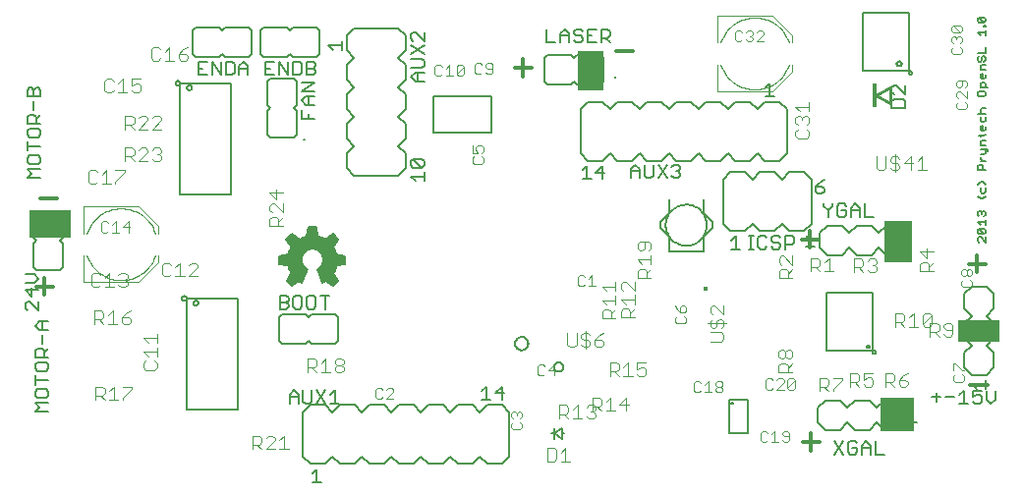
<source format=gto>
G75*
G70*
%OFA0B0*%
%FSLAX24Y24*%
%IPPOS*%
%LPD*%
%AMOC8*
5,1,8,0,0,1.08239X$1,22.5*
%
%ADD10C,0.0140*%
%ADD11C,0.0060*%
%ADD12R,0.0965X0.1398*%
%ADD13R,0.1142X0.1142*%
%ADD14R,0.1437X0.0728*%
%ADD15R,0.1398X0.0945*%
%ADD16R,0.0906X0.1339*%
%ADD17C,0.0050*%
%ADD18C,0.0176*%
%ADD19C,0.0040*%
%ADD20C,0.0030*%
%ADD21C,0.0100*%
%ADD22R,0.0118X0.0827*%
D10*
X005025Y006948D02*
X005025Y007522D01*
X004738Y007235D02*
X005312Y007235D01*
X005449Y010227D02*
X004876Y010227D01*
X020978Y014656D02*
X021552Y014656D01*
X021265Y014943D02*
X021265Y014370D01*
X024423Y015227D02*
X024997Y015227D01*
X030989Y009117D02*
X030989Y008543D01*
X030702Y008830D02*
X031276Y008830D01*
X036372Y008003D02*
X036946Y008003D01*
X036659Y008290D02*
X036659Y007716D01*
X036431Y003889D02*
X037005Y003889D01*
X031316Y001960D02*
X030742Y001960D01*
X031029Y002246D02*
X031029Y001673D01*
D11*
X031516Y002361D02*
X031266Y002611D01*
X031266Y003111D01*
X031516Y003361D01*
X032016Y003361D01*
X032266Y003111D01*
X032516Y003361D01*
X033016Y003361D01*
X033266Y003111D01*
X033516Y003361D01*
X034016Y003361D01*
X034266Y003111D01*
X034266Y002611D01*
X034016Y002361D01*
X033516Y002361D01*
X033266Y002611D01*
X033016Y002361D01*
X032516Y002361D01*
X032266Y002611D01*
X032016Y002361D01*
X031516Y002361D01*
X036219Y004481D02*
X036469Y004231D01*
X036969Y004231D01*
X037219Y004481D01*
X037219Y004981D01*
X036969Y005231D01*
X037219Y005481D01*
X037219Y005981D01*
X036969Y006231D01*
X037219Y006481D01*
X037219Y006981D01*
X036969Y007231D01*
X036469Y007231D01*
X036219Y006981D01*
X036219Y006481D01*
X036469Y006231D01*
X036219Y005981D01*
X036219Y005481D01*
X036469Y005231D01*
X036219Y004981D01*
X036219Y004481D01*
X034079Y008302D02*
X033579Y008302D01*
X033329Y008552D01*
X033079Y008302D01*
X032579Y008302D01*
X032329Y008552D01*
X032079Y008302D01*
X031579Y008302D01*
X031329Y008552D01*
X031329Y009052D01*
X031579Y009302D01*
X032079Y009302D01*
X032329Y009052D01*
X032579Y009302D01*
X033079Y009302D01*
X033329Y009052D01*
X033579Y009302D01*
X034079Y009302D01*
X034329Y009052D01*
X034329Y008552D01*
X034079Y008302D01*
X036681Y008777D02*
X036724Y008733D01*
X036681Y008777D02*
X036681Y008863D01*
X036724Y008907D01*
X036768Y008907D01*
X036941Y008733D01*
X036941Y008907D01*
X036898Y009028D02*
X036724Y009201D01*
X036898Y009201D01*
X036941Y009158D01*
X036941Y009071D01*
X036898Y009028D01*
X036724Y009028D01*
X036681Y009071D01*
X036681Y009158D01*
X036724Y009201D01*
X036768Y009323D02*
X036681Y009409D01*
X036941Y009409D01*
X036941Y009323D02*
X036941Y009496D01*
X036898Y009617D02*
X036941Y009661D01*
X036941Y009747D01*
X036898Y009791D01*
X036854Y009791D01*
X036811Y009747D01*
X036811Y009704D01*
X036811Y009747D02*
X036768Y009791D01*
X036724Y009791D01*
X036681Y009747D01*
X036681Y009661D01*
X036724Y009617D01*
X036768Y010207D02*
X036681Y010293D01*
X036768Y010207D02*
X036854Y010207D01*
X036941Y010293D01*
X036898Y010403D02*
X036941Y010446D01*
X036941Y010576D01*
X036941Y010698D02*
X036854Y010784D01*
X036768Y010784D01*
X036681Y010698D01*
X036768Y010576D02*
X036768Y010446D01*
X036811Y010403D01*
X036898Y010403D01*
X036941Y011189D02*
X036681Y011189D01*
X036681Y011319D01*
X036724Y011362D01*
X036811Y011362D01*
X036854Y011319D01*
X036854Y011189D01*
X036854Y011483D02*
X036768Y011570D01*
X036768Y011614D01*
X036768Y011729D02*
X036898Y011729D01*
X036941Y011772D01*
X036941Y011902D01*
X036984Y011902D02*
X037028Y011859D01*
X037028Y011816D01*
X036984Y011902D02*
X036768Y011902D01*
X036768Y012024D02*
X036768Y012154D01*
X036811Y012197D01*
X036941Y012197D01*
X036898Y012362D02*
X036941Y012405D01*
X036898Y012362D02*
X036724Y012362D01*
X036768Y012405D02*
X036768Y012318D01*
X036811Y012515D02*
X036768Y012558D01*
X036768Y012645D01*
X036811Y012688D01*
X036854Y012688D01*
X036854Y012515D01*
X036811Y012515D02*
X036898Y012515D01*
X036941Y012558D01*
X036941Y012645D01*
X036898Y012809D02*
X036941Y012853D01*
X036941Y012983D01*
X036941Y013104D02*
X036681Y013104D01*
X036768Y013147D02*
X036768Y013234D01*
X036811Y013277D01*
X036941Y013277D01*
X036811Y013104D02*
X036768Y013147D01*
X036768Y012983D02*
X036768Y012853D01*
X036811Y012809D01*
X036898Y012809D01*
X036898Y013693D02*
X036941Y013737D01*
X036941Y013823D01*
X036898Y013867D01*
X036724Y013867D01*
X036681Y013823D01*
X036681Y013737D01*
X036724Y013693D01*
X036898Y013693D01*
X036941Y013988D02*
X036941Y014118D01*
X036898Y014161D01*
X036811Y014161D01*
X036768Y014118D01*
X036768Y013988D01*
X037028Y013988D01*
X036898Y014283D02*
X036811Y014283D01*
X036768Y014326D01*
X036768Y014413D01*
X036811Y014456D01*
X036854Y014456D01*
X036854Y014283D01*
X036898Y014283D02*
X036941Y014326D01*
X036941Y014413D01*
X036941Y014577D02*
X036768Y014577D01*
X036768Y014707D01*
X036811Y014751D01*
X036941Y014751D01*
X036898Y014872D02*
X036941Y014915D01*
X036941Y015002D01*
X036898Y015045D01*
X036854Y015045D01*
X036811Y015002D01*
X036811Y014915D01*
X036768Y014872D01*
X036724Y014872D01*
X036681Y014915D01*
X036681Y015002D01*
X036724Y015045D01*
X036681Y015167D02*
X036941Y015167D01*
X036941Y015340D01*
X036941Y015756D02*
X036941Y015929D01*
X036941Y015843D02*
X036681Y015843D01*
X036768Y015756D01*
X036898Y016050D02*
X036898Y016094D01*
X036941Y016094D01*
X036941Y016050D01*
X036898Y016050D01*
X036898Y016198D02*
X036724Y016371D01*
X036898Y016371D01*
X036941Y016328D01*
X036941Y016241D01*
X036898Y016198D01*
X036724Y016198D01*
X036681Y016241D01*
X036681Y016328D01*
X036724Y016371D01*
X030215Y013253D02*
X029965Y013503D01*
X029465Y013503D01*
X029215Y013253D01*
X028965Y013503D01*
X028465Y013503D01*
X028215Y013253D01*
X027965Y013503D01*
X027465Y013503D01*
X027215Y013253D01*
X026965Y013503D01*
X026465Y013503D01*
X026215Y013253D01*
X025965Y013503D01*
X025465Y013503D01*
X025215Y013253D01*
X024965Y013503D01*
X024465Y013503D01*
X024215Y013253D01*
X023965Y013503D01*
X023465Y013503D01*
X023215Y013253D01*
X023215Y011753D01*
X023465Y011503D01*
X023965Y011503D01*
X024215Y011753D01*
X024465Y011503D01*
X024965Y011503D01*
X025215Y011753D01*
X025465Y011503D01*
X025965Y011503D01*
X026215Y011753D01*
X026465Y011503D01*
X026965Y011503D01*
X027215Y011753D01*
X027465Y011503D01*
X027965Y011503D01*
X028215Y011753D01*
X028465Y011503D01*
X028965Y011503D01*
X029215Y011753D01*
X029465Y011503D01*
X029965Y011503D01*
X030215Y011753D01*
X030215Y013253D01*
X030300Y011121D02*
X030800Y011121D01*
X031050Y010871D01*
X031050Y009371D01*
X030800Y009121D01*
X030300Y009121D01*
X030050Y009371D01*
X029800Y009121D01*
X029300Y009121D01*
X029050Y009371D01*
X028800Y009121D01*
X028300Y009121D01*
X028050Y009371D01*
X028050Y010871D01*
X028300Y011121D01*
X028800Y011121D01*
X029050Y010871D01*
X029300Y011121D01*
X029800Y011121D01*
X030050Y010871D01*
X030300Y011121D01*
X036768Y011483D02*
X036941Y011483D01*
X036941Y012024D02*
X036768Y012024D01*
X023995Y014189D02*
X023995Y014989D01*
X023895Y015089D01*
X023095Y015089D01*
X022995Y014989D01*
X022895Y015089D01*
X022095Y015089D01*
X021995Y014989D01*
X021995Y014189D01*
X022095Y014089D01*
X022895Y014089D01*
X022995Y014189D01*
X023095Y014089D01*
X023895Y014089D01*
X023995Y014189D01*
X017282Y014256D02*
X017032Y014006D01*
X017282Y013756D01*
X017282Y013256D01*
X017032Y013006D01*
X017282Y012756D01*
X017282Y012256D01*
X017032Y012006D01*
X017282Y011756D01*
X017282Y011256D01*
X017032Y011006D01*
X015532Y011006D01*
X015282Y011256D01*
X015282Y011756D01*
X015532Y012006D01*
X015282Y012256D01*
X015282Y012756D01*
X015532Y013006D01*
X015282Y013256D01*
X015282Y013756D01*
X015532Y014006D01*
X015282Y014256D01*
X015282Y014756D01*
X015532Y015006D01*
X015282Y015256D01*
X015282Y015756D01*
X015532Y016006D01*
X017032Y016006D01*
X017282Y015756D01*
X017282Y015256D01*
X017032Y015006D01*
X017282Y014756D01*
X017282Y014256D01*
X014349Y015134D02*
X014349Y015934D01*
X014249Y016034D01*
X013449Y016034D01*
X013349Y015934D01*
X013249Y016034D01*
X012449Y016034D01*
X012349Y015934D01*
X012349Y015134D01*
X012449Y015034D01*
X013249Y015034D01*
X013349Y015134D01*
X013449Y015034D01*
X014249Y015034D01*
X014349Y015134D01*
X013473Y014290D02*
X012673Y014290D01*
X012573Y014190D01*
X012573Y013390D01*
X012673Y013290D01*
X012573Y013190D01*
X012573Y012390D01*
X012673Y012290D01*
X013473Y012290D01*
X013573Y012390D01*
X013573Y013190D01*
X013473Y013290D01*
X013573Y013390D01*
X013573Y014190D01*
X013473Y014290D01*
X012066Y015134D02*
X012066Y015934D01*
X011966Y016034D01*
X011166Y016034D01*
X011066Y015934D01*
X010966Y016034D01*
X010166Y016034D01*
X010066Y015934D01*
X010066Y015134D01*
X010166Y015034D01*
X010966Y015034D01*
X011066Y015134D01*
X011166Y015034D01*
X011966Y015034D01*
X012066Y015134D01*
X005660Y009702D02*
X005660Y008902D01*
X005560Y008802D01*
X005660Y008702D01*
X005660Y007902D01*
X005560Y007802D01*
X004760Y007802D01*
X004660Y007902D01*
X004660Y008702D01*
X004760Y008802D01*
X004660Y008902D01*
X004660Y009702D01*
X004760Y009802D01*
X005560Y009802D01*
X005660Y009702D01*
X012995Y008257D02*
X012995Y007997D01*
X013295Y007947D01*
X013277Y007969D02*
X013770Y007969D01*
X013751Y008028D02*
X013102Y008028D01*
X013045Y008047D02*
X013045Y007997D01*
X013045Y008247D01*
X013345Y008297D01*
X013445Y008597D01*
X013245Y008797D01*
X013395Y008947D01*
X013695Y008797D01*
X013995Y008947D01*
X013945Y008947D01*
X013995Y009197D01*
X014245Y009197D01*
X014245Y008897D01*
X014545Y008797D01*
X014795Y008947D01*
X014945Y008847D01*
X014795Y008547D01*
X014895Y008297D01*
X015195Y008247D01*
X015195Y007997D01*
X014895Y007997D01*
X014795Y007647D01*
X014945Y007447D01*
X014795Y007297D01*
X014595Y007447D01*
X014495Y007397D01*
X014295Y007797D01*
X014495Y007997D01*
X014495Y008247D01*
X014345Y008497D01*
X014095Y008547D01*
X013795Y008447D01*
X013845Y008447D01*
X013695Y008197D01*
X013795Y007897D01*
X013895Y007797D01*
X013745Y007397D01*
X013645Y007447D01*
X013445Y007297D01*
X013295Y007447D01*
X013445Y007697D01*
X013345Y007947D01*
X013045Y008047D01*
X013045Y008086D02*
X013731Y008086D01*
X013712Y008145D02*
X013045Y008145D01*
X013045Y008203D02*
X013699Y008203D01*
X013734Y008262D02*
X013135Y008262D01*
X012995Y008257D02*
X013295Y008317D01*
X013352Y008320D02*
X013769Y008320D01*
X013804Y008379D02*
X013372Y008379D01*
X013391Y008437D02*
X013839Y008437D01*
X013942Y008496D02*
X013411Y008496D01*
X013430Y008554D02*
X014798Y008554D01*
X014815Y008567D02*
X014995Y008827D01*
X014805Y009007D01*
X014545Y008827D01*
X014628Y008847D02*
X014945Y008847D01*
X014915Y008788D02*
X013253Y008788D01*
X013225Y008827D02*
X013415Y009007D01*
X013675Y008827D01*
X013595Y008847D02*
X013295Y008847D01*
X013225Y008827D02*
X013405Y008567D01*
X013429Y008613D02*
X014828Y008613D01*
X014857Y008671D02*
X013370Y008671D01*
X013312Y008730D02*
X014886Y008730D01*
X014857Y008905D02*
X014725Y008905D01*
X014395Y008847D02*
X013795Y008847D01*
X013912Y008905D02*
X014245Y008905D01*
X014295Y008927D02*
X014245Y009247D01*
X013975Y009247D01*
X013925Y008927D01*
X013948Y008964D02*
X014245Y008964D01*
X014245Y009022D02*
X013960Y009022D01*
X013971Y009081D02*
X014245Y009081D01*
X014245Y009139D02*
X013983Y009139D01*
X013478Y008905D02*
X013353Y008905D01*
X014345Y008496D02*
X014815Y008496D01*
X014838Y008437D02*
X014380Y008437D01*
X014415Y008379D02*
X014862Y008379D01*
X014885Y008320D02*
X014451Y008320D01*
X014486Y008262D02*
X015105Y008262D01*
X015195Y008203D02*
X014495Y008203D01*
X014495Y008145D02*
X015195Y008145D01*
X015195Y008086D02*
X014495Y008086D01*
X014495Y008028D02*
X015195Y008028D01*
X015225Y007997D02*
X014925Y007947D01*
X014887Y007969D02*
X014467Y007969D01*
X014409Y007911D02*
X014870Y007911D01*
X014853Y007852D02*
X014350Y007852D01*
X014296Y007794D02*
X014837Y007794D01*
X014820Y007735D02*
X014325Y007735D01*
X014355Y007677D02*
X014803Y007677D01*
X014825Y007677D02*
X014995Y007437D01*
X014805Y007247D01*
X014565Y007417D01*
X014465Y007357D01*
X014275Y007807D01*
X014384Y007618D02*
X014816Y007618D01*
X014860Y007560D02*
X014413Y007560D01*
X014442Y007501D02*
X014904Y007501D01*
X014941Y007443D02*
X014600Y007443D01*
X014587Y007443D02*
X014472Y007443D01*
X014678Y007384D02*
X014882Y007384D01*
X014824Y007326D02*
X014756Y007326D01*
X013955Y007807D02*
X013755Y007357D01*
X013655Y007417D01*
X013415Y007247D01*
X013235Y007437D01*
X013395Y007677D01*
X013433Y007677D02*
X013850Y007677D01*
X013872Y007735D02*
X013429Y007735D01*
X013406Y007794D02*
X013894Y007794D01*
X013839Y007852D02*
X013382Y007852D01*
X013359Y007911D02*
X013790Y007911D01*
X013398Y007680D02*
X013370Y007730D01*
X013346Y007782D01*
X013325Y007835D01*
X013308Y007890D01*
X013295Y007946D01*
X013678Y008830D02*
X013723Y008855D01*
X013770Y008878D01*
X013818Y008897D01*
X013867Y008914D01*
X013917Y008927D01*
X014925Y008317D02*
X015225Y008257D01*
X015225Y007997D01*
X014923Y008317D02*
X014908Y008369D01*
X014889Y008420D01*
X014867Y008470D01*
X014842Y008518D01*
X014813Y008565D01*
X014275Y007817D02*
X014308Y007835D01*
X014338Y007856D01*
X014367Y007880D01*
X014393Y007907D01*
X014415Y007936D01*
X014435Y007968D01*
X014452Y008001D01*
X014465Y008036D01*
X014474Y008072D01*
X014480Y008109D01*
X014482Y008146D01*
X014480Y008183D01*
X014475Y008220D01*
X014465Y008256D01*
X014453Y008291D01*
X014436Y008325D01*
X014417Y008356D01*
X014394Y008386D01*
X014368Y008413D01*
X014340Y008437D01*
X014309Y008458D01*
X014277Y008476D01*
X014243Y008491D01*
X014207Y008502D01*
X014171Y008510D01*
X014134Y008514D01*
X014096Y008514D01*
X014059Y008510D01*
X014023Y008502D01*
X013987Y008491D01*
X013953Y008476D01*
X013921Y008458D01*
X013890Y008437D01*
X013862Y008413D01*
X013836Y008386D01*
X013813Y008356D01*
X013794Y008325D01*
X013777Y008291D01*
X013765Y008256D01*
X013755Y008220D01*
X013750Y008183D01*
X013748Y008146D01*
X013750Y008109D01*
X013756Y008072D01*
X013765Y008036D01*
X013778Y008001D01*
X013795Y007968D01*
X013815Y007936D01*
X013837Y007907D01*
X013863Y007880D01*
X013892Y007856D01*
X013922Y007835D01*
X013955Y007817D01*
X013828Y007618D02*
X013398Y007618D01*
X013362Y007560D02*
X013806Y007560D01*
X013784Y007501D02*
X013327Y007501D01*
X013299Y007443D02*
X013639Y007443D01*
X013653Y007443D02*
X013762Y007443D01*
X013561Y007384D02*
X013357Y007384D01*
X013416Y007326D02*
X013483Y007326D01*
X014825Y007677D02*
X014848Y007718D01*
X014869Y007761D01*
X014887Y007806D01*
X014902Y007851D01*
X014915Y007897D01*
X014925Y007944D01*
X014549Y008828D02*
X014502Y008855D01*
X014453Y008878D01*
X014403Y008898D01*
X014352Y008915D01*
X014300Y008929D01*
X013405Y008562D02*
X013378Y008515D01*
X013354Y008468D01*
X013333Y008419D01*
X013315Y008368D01*
X013301Y008317D01*
X013079Y006290D02*
X012979Y006190D01*
X012979Y005390D01*
X013079Y005290D01*
X013879Y005290D01*
X013979Y005390D01*
X014079Y005290D01*
X014879Y005290D01*
X014979Y005390D01*
X014979Y006190D01*
X014879Y006290D01*
X014079Y006290D01*
X013979Y006190D01*
X013879Y006290D01*
X013079Y006290D01*
X014036Y003207D02*
X013786Y002957D01*
X013786Y001457D01*
X014036Y001207D01*
X014536Y001207D01*
X014786Y001457D01*
X015036Y001207D01*
X015536Y001207D01*
X015786Y001457D01*
X016036Y001207D01*
X016536Y001207D01*
X016786Y001457D01*
X017036Y001207D01*
X017536Y001207D01*
X017786Y001457D01*
X018036Y001207D01*
X018536Y001207D01*
X018786Y001457D01*
X019036Y001207D01*
X019536Y001207D01*
X019786Y001457D01*
X020036Y001207D01*
X020536Y001207D01*
X020786Y001457D01*
X020786Y002957D01*
X020536Y003207D01*
X020036Y003207D01*
X019786Y002957D01*
X019536Y003207D01*
X019036Y003207D01*
X018786Y002957D01*
X018536Y003207D01*
X018036Y003207D01*
X017786Y002957D01*
X017536Y003207D01*
X017036Y003207D01*
X016786Y002957D01*
X016536Y003207D01*
X016036Y003207D01*
X015786Y002957D01*
X015536Y003207D01*
X015036Y003207D01*
X014786Y002957D01*
X014536Y003207D01*
X014036Y003207D01*
D12*
X033969Y008772D03*
D13*
X033959Y002877D03*
D14*
X036705Y005721D03*
D15*
X005229Y009353D03*
D16*
X023566Y014569D03*
D17*
X004863Y003136D02*
X004713Y002986D01*
X005163Y002986D01*
X005163Y003286D02*
X004713Y003286D01*
X004863Y003136D01*
X004788Y003446D02*
X005088Y003446D01*
X005163Y003521D01*
X005163Y003671D01*
X005088Y003746D01*
X004788Y003746D01*
X004713Y003671D01*
X004713Y003521D01*
X004788Y003446D01*
X004713Y003906D02*
X004713Y004207D01*
X004713Y004057D02*
X005163Y004057D01*
X005088Y004367D02*
X004788Y004367D01*
X004713Y004442D01*
X004713Y004592D01*
X004788Y004667D01*
X005088Y004667D01*
X005163Y004592D01*
X005163Y004442D01*
X005088Y004367D01*
X005163Y004827D02*
X004713Y004827D01*
X004713Y005052D01*
X004788Y005128D01*
X004938Y005128D01*
X005013Y005052D01*
X005013Y004827D01*
X005013Y004977D02*
X005163Y005128D01*
X004938Y005288D02*
X004938Y005588D01*
X004938Y005748D02*
X004938Y006048D01*
X004863Y006048D02*
X005163Y006048D01*
X004863Y006048D02*
X004713Y005898D01*
X004863Y005748D01*
X005163Y005748D01*
X004820Y006429D02*
X004519Y006729D01*
X004444Y006729D01*
X004369Y006654D01*
X004369Y006504D01*
X004444Y006429D01*
X004820Y006429D02*
X004820Y006729D01*
X004594Y006889D02*
X004594Y007190D01*
X004670Y007350D02*
X004369Y007350D01*
X004369Y007650D02*
X004670Y007650D01*
X004820Y007500D01*
X004670Y007350D01*
X004820Y007115D02*
X004369Y007115D01*
X004594Y006889D01*
X009687Y006833D02*
X009689Y006851D01*
X009695Y006867D01*
X009704Y006882D01*
X009717Y006895D01*
X009732Y006904D01*
X009748Y006910D01*
X009766Y006912D01*
X009784Y006910D01*
X009800Y006904D01*
X009815Y006895D01*
X009828Y006882D01*
X009837Y006867D01*
X009843Y006851D01*
X009845Y006833D01*
X009843Y006815D01*
X009837Y006799D01*
X009828Y006784D01*
X009815Y006771D01*
X009800Y006762D01*
X009784Y006756D01*
X009766Y006754D01*
X009748Y006756D01*
X009732Y006762D01*
X009717Y006771D01*
X009704Y006784D01*
X009695Y006799D01*
X009689Y006815D01*
X009687Y006833D01*
X009845Y006833D02*
X009845Y003054D01*
X011577Y003054D01*
X011577Y006833D01*
X009845Y006833D01*
X010081Y006676D02*
X010083Y006694D01*
X010089Y006710D01*
X010098Y006725D01*
X010111Y006738D01*
X010126Y006747D01*
X010142Y006753D01*
X010160Y006755D01*
X010178Y006753D01*
X010194Y006747D01*
X010209Y006738D01*
X010222Y006725D01*
X010231Y006710D01*
X010237Y006694D01*
X010239Y006676D01*
X010237Y006658D01*
X010231Y006642D01*
X010222Y006627D01*
X010209Y006614D01*
X010194Y006605D01*
X010178Y006599D01*
X010160Y006597D01*
X010142Y006599D01*
X010126Y006605D01*
X010111Y006614D01*
X010098Y006627D01*
X010089Y006642D01*
X010083Y006658D01*
X010081Y006676D01*
X013004Y006690D02*
X013229Y006690D01*
X013304Y006615D01*
X013304Y006540D01*
X013229Y006465D01*
X013004Y006465D01*
X013004Y006915D01*
X013229Y006915D01*
X013304Y006840D01*
X013304Y006765D01*
X013229Y006690D01*
X013464Y006540D02*
X013539Y006465D01*
X013689Y006465D01*
X013765Y006540D01*
X013765Y006840D01*
X013689Y006915D01*
X013539Y006915D01*
X013464Y006840D01*
X013464Y006540D01*
X013925Y006540D02*
X014000Y006465D01*
X014150Y006465D01*
X014225Y006540D01*
X014225Y006840D01*
X014150Y006915D01*
X014000Y006915D01*
X013925Y006840D01*
X013925Y006540D01*
X014535Y006465D02*
X014535Y006915D01*
X014385Y006915D02*
X014685Y006915D01*
X020988Y005294D02*
X020990Y005324D01*
X020996Y005353D01*
X021006Y005381D01*
X021019Y005408D01*
X021036Y005432D01*
X021056Y005454D01*
X021079Y005474D01*
X021104Y005490D01*
X021131Y005502D01*
X021159Y005511D01*
X021189Y005516D01*
X021218Y005517D01*
X021248Y005514D01*
X021277Y005507D01*
X021305Y005496D01*
X021331Y005482D01*
X021355Y005464D01*
X021376Y005444D01*
X021395Y005420D01*
X021410Y005395D01*
X021422Y005367D01*
X021430Y005338D01*
X021434Y005309D01*
X021434Y005279D01*
X021430Y005250D01*
X021422Y005221D01*
X021410Y005193D01*
X021395Y005168D01*
X021376Y005144D01*
X021355Y005124D01*
X021331Y005106D01*
X021305Y005092D01*
X021277Y005081D01*
X021248Y005074D01*
X021218Y005071D01*
X021189Y005072D01*
X021159Y005077D01*
X021131Y005086D01*
X021104Y005098D01*
X021079Y005114D01*
X021056Y005134D01*
X021036Y005156D01*
X021019Y005180D01*
X021006Y005207D01*
X020996Y005235D01*
X020990Y005264D01*
X020988Y005294D01*
X022314Y004506D02*
X022316Y004531D01*
X022322Y004555D01*
X022331Y004577D01*
X022344Y004598D01*
X022360Y004617D01*
X022379Y004633D01*
X022400Y004646D01*
X022422Y004655D01*
X022446Y004661D01*
X022471Y004663D01*
X022496Y004661D01*
X022520Y004655D01*
X022542Y004646D01*
X022563Y004633D01*
X022582Y004617D01*
X022598Y004598D01*
X022611Y004577D01*
X022620Y004555D01*
X022626Y004531D01*
X022628Y004506D01*
X022626Y004481D01*
X022620Y004457D01*
X022611Y004435D01*
X022598Y004414D01*
X022582Y004395D01*
X022563Y004379D01*
X022542Y004366D01*
X022520Y004357D01*
X022496Y004351D01*
X022471Y004349D01*
X022446Y004351D01*
X022422Y004357D01*
X022400Y004366D01*
X022379Y004379D01*
X022360Y004395D01*
X022344Y004414D01*
X022331Y004435D01*
X022322Y004457D01*
X022316Y004481D01*
X022314Y004506D01*
X020547Y003833D02*
X020321Y003607D01*
X020622Y003607D01*
X020547Y003382D02*
X020547Y003833D01*
X020011Y003833D02*
X020011Y003382D01*
X019861Y003382D02*
X020161Y003382D01*
X019861Y003683D02*
X020011Y003833D01*
X022318Y002434D02*
X022318Y002247D01*
X022222Y002247D01*
X022318Y002247D02*
X022318Y002059D01*
X022318Y002247D02*
X022568Y002434D01*
X022568Y002247D01*
X022664Y002247D01*
X022568Y002247D02*
X022568Y002059D01*
X022318Y002247D01*
X028251Y002247D02*
X028880Y002247D01*
X028880Y003388D01*
X028251Y003388D01*
X028251Y002247D01*
X028329Y003251D02*
X028329Y003290D01*
X028369Y003290D01*
X028369Y003251D01*
X028349Y003251D01*
X031820Y001989D02*
X032120Y001539D01*
X032280Y001614D02*
X032355Y001539D01*
X032505Y001539D01*
X032580Y001614D01*
X032580Y001764D01*
X032430Y001764D01*
X032280Y001914D02*
X032280Y001614D01*
X032120Y001989D02*
X031820Y001539D01*
X032280Y001914D02*
X032355Y001989D01*
X032505Y001989D01*
X032580Y001914D01*
X032741Y001839D02*
X032891Y001989D01*
X033041Y001839D01*
X033041Y001539D01*
X033201Y001539D02*
X033501Y001539D01*
X033201Y001539D02*
X033201Y001989D01*
X033041Y001764D02*
X032741Y001764D01*
X032741Y001839D02*
X032741Y001539D01*
X034331Y002636D02*
X034631Y002636D01*
X034481Y002636D02*
X034481Y003086D01*
X034331Y002936D01*
X035281Y003327D02*
X035281Y003627D01*
X035131Y003477D02*
X035431Y003477D01*
X035591Y003477D02*
X035892Y003477D01*
X036052Y003552D02*
X036202Y003702D01*
X036202Y003252D01*
X036052Y003252D02*
X036352Y003252D01*
X036512Y003327D02*
X036587Y003252D01*
X036737Y003252D01*
X036812Y003327D01*
X036812Y003477D01*
X036737Y003552D01*
X036662Y003552D01*
X036512Y003477D01*
X036512Y003702D01*
X036812Y003702D01*
X036944Y003756D02*
X036944Y004056D01*
X036944Y003906D02*
X036494Y003906D01*
X036644Y003756D01*
X036973Y003702D02*
X036973Y003402D01*
X037123Y003252D01*
X037273Y003402D01*
X037273Y003702D01*
X033215Y004943D02*
X033117Y004943D01*
X033117Y005042D01*
X033215Y005042D01*
X033215Y004943D01*
X033117Y005042D02*
X033117Y007010D01*
X031542Y007010D01*
X031542Y005042D01*
X033117Y005042D01*
X033018Y005140D02*
X033018Y005239D01*
X032920Y005239D01*
X032920Y005140D01*
X033018Y005140D01*
X031155Y008577D02*
X030854Y008577D01*
X031004Y008577D02*
X031004Y009027D01*
X030854Y008877D01*
X030449Y008876D02*
X030449Y008726D01*
X030374Y008650D01*
X030149Y008650D01*
X030149Y008500D02*
X030149Y008951D01*
X030374Y008951D01*
X030449Y008876D01*
X029989Y008876D02*
X029914Y008951D01*
X029764Y008951D01*
X029689Y008876D01*
X029689Y008801D01*
X029764Y008726D01*
X029914Y008726D01*
X029989Y008650D01*
X029989Y008575D01*
X029914Y008500D01*
X029764Y008500D01*
X029689Y008575D01*
X029528Y008575D02*
X029453Y008500D01*
X029303Y008500D01*
X029228Y008575D01*
X029228Y008876D01*
X029303Y008951D01*
X029453Y008951D01*
X029528Y008876D01*
X029071Y008951D02*
X028921Y008951D01*
X028996Y008951D02*
X028996Y008500D01*
X028921Y008500D02*
X029071Y008500D01*
X028625Y008496D02*
X028325Y008496D01*
X028475Y008496D02*
X028475Y008946D01*
X028325Y008796D01*
X027680Y009215D02*
X027680Y009412D01*
X027384Y009707D01*
X027384Y010199D01*
X026203Y010199D02*
X026203Y009707D01*
X025908Y009412D01*
X025908Y009215D01*
X026203Y008920D01*
X026203Y008428D01*
X027384Y008428D01*
X027384Y008920D01*
X027680Y009215D01*
X026098Y009314D02*
X026100Y009367D01*
X026106Y009419D01*
X026116Y009471D01*
X026130Y009522D01*
X026147Y009571D01*
X026169Y009619D01*
X026193Y009666D01*
X026222Y009710D01*
X026253Y009752D01*
X026288Y009792D01*
X026326Y009829D01*
X026366Y009863D01*
X026409Y009894D01*
X026454Y009921D01*
X026501Y009945D01*
X026549Y009965D01*
X026599Y009982D01*
X026650Y009995D01*
X026702Y010004D01*
X026755Y010009D01*
X026807Y010010D01*
X026860Y010007D01*
X026912Y010000D01*
X026964Y009989D01*
X027014Y009974D01*
X027063Y009956D01*
X027111Y009934D01*
X027157Y009908D01*
X027201Y009879D01*
X027243Y009846D01*
X027281Y009811D01*
X027318Y009772D01*
X027351Y009732D01*
X027381Y009688D01*
X027407Y009643D01*
X027431Y009595D01*
X027450Y009547D01*
X027466Y009496D01*
X027478Y009445D01*
X027486Y009393D01*
X027490Y009340D01*
X027490Y009288D01*
X027486Y009235D01*
X027478Y009183D01*
X027466Y009132D01*
X027450Y009081D01*
X027431Y009033D01*
X027407Y008985D01*
X027381Y008940D01*
X027351Y008896D01*
X027318Y008856D01*
X027281Y008817D01*
X027243Y008782D01*
X027201Y008749D01*
X027157Y008720D01*
X027111Y008694D01*
X027063Y008672D01*
X027014Y008654D01*
X026964Y008639D01*
X026912Y008628D01*
X026860Y008621D01*
X026807Y008618D01*
X026755Y008619D01*
X026702Y008624D01*
X026650Y008633D01*
X026599Y008646D01*
X026549Y008663D01*
X026501Y008683D01*
X026454Y008707D01*
X026409Y008734D01*
X026366Y008765D01*
X026326Y008799D01*
X026288Y008836D01*
X026253Y008876D01*
X026222Y008918D01*
X026193Y008962D01*
X026169Y009009D01*
X026147Y009057D01*
X026130Y009106D01*
X026116Y009157D01*
X026106Y009209D01*
X026100Y009261D01*
X026098Y009314D01*
X026135Y010917D02*
X025835Y011367D01*
X025675Y011367D02*
X025675Y010992D01*
X025600Y010917D01*
X025450Y010917D01*
X025375Y010992D01*
X025375Y011367D01*
X025215Y011217D02*
X025215Y010917D01*
X025215Y011142D02*
X024914Y011142D01*
X024914Y011217D02*
X024914Y010917D01*
X024914Y011217D02*
X025064Y011367D01*
X025215Y011217D01*
X025835Y010917D02*
X026135Y011367D01*
X026295Y011292D02*
X026371Y011367D01*
X026521Y011367D01*
X026596Y011292D01*
X026596Y011217D01*
X026521Y011142D01*
X026596Y011067D01*
X026596Y010992D01*
X026521Y010917D01*
X026371Y010917D01*
X026295Y010992D01*
X026446Y011142D02*
X026521Y011142D01*
X024030Y011103D02*
X023730Y011103D01*
X023955Y011328D01*
X023955Y010878D01*
X023570Y010878D02*
X023269Y010878D01*
X023419Y010878D02*
X023419Y011328D01*
X023269Y011178D01*
X020199Y012443D02*
X018231Y012443D01*
X018231Y013703D01*
X020199Y013703D01*
X020199Y012443D01*
X017907Y011496D02*
X017832Y011571D01*
X017532Y011571D01*
X017832Y011271D01*
X017907Y011346D01*
X017907Y011496D01*
X017832Y011271D02*
X017532Y011271D01*
X017457Y011346D01*
X017457Y011496D01*
X017532Y011571D01*
X017907Y011111D02*
X017907Y010811D01*
X017907Y010961D02*
X017457Y010961D01*
X017607Y010811D01*
X013841Y012207D02*
X013821Y012207D01*
X013821Y012227D01*
X013841Y012227D01*
X013841Y012207D01*
X013748Y012934D02*
X013748Y013234D01*
X013898Y013394D02*
X013748Y013544D01*
X013898Y013694D01*
X014198Y013694D01*
X014198Y013855D02*
X013748Y013855D01*
X014198Y014155D01*
X013748Y014155D01*
X013678Y014409D02*
X013753Y014484D01*
X013753Y014784D01*
X013678Y014859D01*
X013453Y014859D01*
X013453Y014409D01*
X013678Y014409D01*
X013914Y014409D02*
X014139Y014409D01*
X014214Y014484D01*
X014214Y014559D01*
X014139Y014634D01*
X013914Y014634D01*
X014139Y014634D02*
X014214Y014709D01*
X014214Y014784D01*
X014139Y014859D01*
X013914Y014859D01*
X013914Y014409D01*
X013293Y014409D02*
X013293Y014859D01*
X012993Y014859D02*
X013293Y014409D01*
X012993Y014409D02*
X012993Y014859D01*
X012833Y014859D02*
X012532Y014859D01*
X012532Y014409D01*
X012833Y014409D01*
X012683Y014634D02*
X012532Y014634D01*
X011930Y014634D02*
X011630Y014634D01*
X011630Y014709D02*
X011780Y014859D01*
X011930Y014709D01*
X011930Y014409D01*
X011630Y014409D02*
X011630Y014709D01*
X011470Y014784D02*
X011395Y014859D01*
X011170Y014859D01*
X011170Y014409D01*
X011395Y014409D01*
X011470Y014484D01*
X011470Y014784D01*
X011010Y014859D02*
X011010Y014409D01*
X010709Y014859D01*
X010709Y014409D01*
X010549Y014409D02*
X010249Y014409D01*
X010249Y014859D01*
X010549Y014859D01*
X010399Y014634D02*
X010249Y014634D01*
X009629Y014136D02*
X009629Y010357D01*
X011361Y010357D01*
X011361Y014136D01*
X009629Y014136D01*
X009471Y014136D02*
X009473Y014154D01*
X009479Y014170D01*
X009488Y014185D01*
X009501Y014198D01*
X009516Y014207D01*
X009532Y014213D01*
X009550Y014215D01*
X009568Y014213D01*
X009584Y014207D01*
X009599Y014198D01*
X009612Y014185D01*
X009621Y014170D01*
X009627Y014154D01*
X009629Y014136D01*
X009627Y014118D01*
X009621Y014102D01*
X009612Y014087D01*
X009599Y014074D01*
X009584Y014065D01*
X009568Y014059D01*
X009550Y014057D01*
X009532Y014059D01*
X009516Y014065D01*
X009501Y014074D01*
X009488Y014087D01*
X009479Y014102D01*
X009473Y014118D01*
X009471Y014136D01*
X009864Y013979D02*
X009866Y013997D01*
X009872Y014013D01*
X009881Y014028D01*
X009894Y014041D01*
X009909Y014050D01*
X009925Y014056D01*
X009943Y014058D01*
X009961Y014056D01*
X009977Y014050D01*
X009992Y014041D01*
X010005Y014028D01*
X010014Y014013D01*
X010020Y013997D01*
X010022Y013979D01*
X010020Y013961D01*
X010014Y013945D01*
X010005Y013930D01*
X009992Y013917D01*
X009977Y013908D01*
X009961Y013902D01*
X009943Y013900D01*
X009925Y013902D01*
X009909Y013908D01*
X009894Y013917D01*
X009881Y013930D01*
X009872Y013945D01*
X009866Y013961D01*
X009864Y013979D01*
X013748Y012934D02*
X014198Y012934D01*
X013973Y012934D02*
X013973Y013084D01*
X013973Y013394D02*
X013973Y013694D01*
X013898Y013394D02*
X014198Y013394D01*
X017457Y014340D02*
X017607Y014190D01*
X017907Y014190D01*
X017682Y014190D02*
X017682Y014490D01*
X017607Y014490D02*
X017907Y014490D01*
X017832Y014650D02*
X017457Y014650D01*
X017607Y014490D02*
X017457Y014340D01*
X017832Y014650D02*
X017907Y014725D01*
X017907Y014875D01*
X017832Y014951D01*
X017457Y014951D01*
X017457Y015111D02*
X017907Y015411D01*
X017907Y015571D02*
X017607Y015871D01*
X017532Y015871D01*
X017457Y015796D01*
X017457Y015646D01*
X017532Y015571D01*
X017457Y015411D02*
X017907Y015111D01*
X017907Y015571D02*
X017907Y015871D01*
X015107Y015571D02*
X015107Y015271D01*
X015107Y015421D02*
X014657Y015421D01*
X014807Y015271D01*
X022059Y015520D02*
X022359Y015520D01*
X022519Y015520D02*
X022519Y015820D01*
X022670Y015970D01*
X022820Y015820D01*
X022820Y015520D01*
X022980Y015595D02*
X023055Y015520D01*
X023205Y015520D01*
X023280Y015595D01*
X023280Y015670D01*
X023205Y015745D01*
X023055Y015745D01*
X022980Y015820D01*
X022980Y015895D01*
X023055Y015970D01*
X023205Y015970D01*
X023280Y015895D01*
X023440Y015970D02*
X023440Y015520D01*
X023740Y015520D01*
X023901Y015520D02*
X023901Y015970D01*
X024126Y015970D01*
X024201Y015895D01*
X024201Y015745D01*
X024126Y015670D01*
X023901Y015670D01*
X024051Y015670D02*
X024201Y015520D01*
X023590Y015745D02*
X023440Y015745D01*
X023440Y015970D02*
X023740Y015970D01*
X022820Y015745D02*
X022519Y015745D01*
X022059Y015970D02*
X022059Y015520D01*
X024373Y014353D02*
X024392Y014353D01*
X024392Y014333D01*
X024373Y014333D01*
X024373Y014353D01*
X029480Y013978D02*
X029630Y014128D01*
X029630Y013678D01*
X029480Y013678D02*
X029780Y013678D01*
X032778Y014569D02*
X032778Y016538D01*
X034353Y016538D01*
X034353Y014569D01*
X032778Y014569D01*
X033765Y013985D02*
X033765Y013835D01*
X033840Y013760D01*
X033840Y013599D02*
X033765Y013524D01*
X033765Y013299D01*
X034215Y013299D01*
X034215Y013524D01*
X034140Y013599D01*
X033840Y013599D01*
X034215Y013760D02*
X033915Y014060D01*
X033840Y014060D01*
X033765Y013985D01*
X034215Y014060D02*
X034215Y013760D01*
X034336Y014491D02*
X034338Y014505D01*
X034344Y014519D01*
X034352Y014531D01*
X034364Y014539D01*
X034378Y014545D01*
X034392Y014547D01*
X034406Y014545D01*
X034420Y014539D01*
X034432Y014531D01*
X034440Y014519D01*
X034446Y014505D01*
X034448Y014491D01*
X034446Y014477D01*
X034440Y014463D01*
X034432Y014451D01*
X034420Y014443D01*
X034406Y014437D01*
X034392Y014435D01*
X034378Y014437D01*
X034364Y014443D01*
X034352Y014451D01*
X034344Y014463D01*
X034338Y014477D01*
X034336Y014491D01*
X033931Y014792D02*
X033933Y014810D01*
X033938Y014827D01*
X033947Y014842D01*
X033959Y014855D01*
X033973Y014866D01*
X033990Y014873D01*
X034007Y014877D01*
X034025Y014877D01*
X034042Y014873D01*
X034058Y014866D01*
X034073Y014855D01*
X034085Y014842D01*
X034094Y014827D01*
X034099Y014810D01*
X034101Y014792D01*
X034099Y014774D01*
X034094Y014757D01*
X034085Y014742D01*
X034073Y014729D01*
X034059Y014718D01*
X034042Y014711D01*
X034025Y014707D01*
X034007Y014707D01*
X033990Y014711D01*
X033974Y014718D01*
X033959Y014729D01*
X033947Y014742D01*
X033938Y014757D01*
X033933Y014774D01*
X033931Y014792D01*
X031475Y010846D02*
X031325Y010771D01*
X031175Y010621D01*
X031400Y010621D01*
X031475Y010546D01*
X031475Y010471D01*
X031400Y010396D01*
X031250Y010396D01*
X031175Y010471D01*
X031175Y010621D01*
X031453Y010045D02*
X031453Y009970D01*
X031603Y009820D01*
X031603Y009595D01*
X031603Y009820D02*
X031753Y009970D01*
X031753Y010045D01*
X031913Y009970D02*
X031913Y009670D01*
X031988Y009595D01*
X032138Y009595D01*
X032213Y009670D01*
X032213Y009820D01*
X032063Y009820D01*
X031913Y009970D02*
X031988Y010045D01*
X032138Y010045D01*
X032213Y009970D01*
X032374Y009895D02*
X032524Y010045D01*
X032674Y009895D01*
X032674Y009595D01*
X032834Y009595D02*
X033134Y009595D01*
X032834Y009595D02*
X032834Y010045D01*
X032674Y009820D02*
X032374Y009820D01*
X032374Y009895D02*
X032374Y009595D01*
X014870Y003715D02*
X014870Y003264D01*
X014720Y003264D02*
X015020Y003264D01*
X014560Y003264D02*
X014259Y003715D01*
X014099Y003715D02*
X014099Y003339D01*
X014024Y003264D01*
X013874Y003264D01*
X013799Y003339D01*
X013799Y003715D01*
X013639Y003564D02*
X013639Y003264D01*
X013339Y003264D02*
X013339Y003564D01*
X013489Y003715D01*
X013639Y003564D01*
X013639Y003489D02*
X013339Y003489D01*
X014259Y003264D02*
X014560Y003715D01*
X014720Y003564D02*
X014870Y003715D01*
X014261Y001033D02*
X014261Y000582D01*
X014111Y000582D02*
X014411Y000582D01*
X014111Y000883D02*
X014261Y001033D01*
X004887Y010919D02*
X004437Y010919D01*
X004587Y011069D01*
X004437Y011219D01*
X004887Y011219D01*
X004812Y011379D02*
X004512Y011379D01*
X004437Y011454D01*
X004437Y011604D01*
X004512Y011679D01*
X004812Y011679D01*
X004887Y011604D01*
X004887Y011454D01*
X004812Y011379D01*
X004437Y011840D02*
X004437Y012140D01*
X004437Y011990D02*
X004887Y011990D01*
X004812Y012300D02*
X004512Y012300D01*
X004437Y012375D01*
X004437Y012525D01*
X004512Y012600D01*
X004812Y012600D01*
X004887Y012525D01*
X004887Y012375D01*
X004812Y012300D01*
X004737Y012760D02*
X004737Y012986D01*
X004662Y013061D01*
X004512Y013061D01*
X004437Y012986D01*
X004437Y012760D01*
X004887Y012760D01*
X004737Y012910D02*
X004887Y013061D01*
X004662Y013221D02*
X004662Y013521D01*
X004662Y013681D02*
X004662Y013906D01*
X004737Y013981D01*
X004812Y013981D01*
X004887Y013906D01*
X004887Y013681D01*
X004437Y013681D01*
X004437Y013906D01*
X004512Y013981D01*
X004587Y013981D01*
X004662Y013906D01*
D18*
X027451Y007158D03*
D19*
X027678Y006597D02*
X027601Y006520D01*
X027601Y006366D01*
X027678Y006290D01*
X027678Y006136D02*
X027601Y006060D01*
X027601Y005906D01*
X027678Y005829D01*
X027754Y005829D01*
X027831Y005906D01*
X027831Y006060D01*
X027908Y006136D01*
X027985Y006136D01*
X028061Y006060D01*
X028061Y005906D01*
X027985Y005829D01*
X027985Y005676D02*
X027601Y005676D01*
X027524Y005983D02*
X028138Y005983D01*
X027985Y005676D02*
X028061Y005599D01*
X028061Y005446D01*
X027985Y005369D01*
X027601Y005369D01*
X028061Y006290D02*
X027754Y006597D01*
X027678Y006597D01*
X028061Y006597D02*
X028061Y006290D01*
X029937Y007513D02*
X029937Y007743D01*
X030014Y007820D01*
X030168Y007820D01*
X030244Y007743D01*
X030244Y007513D01*
X030244Y007666D02*
X030398Y007820D01*
X030398Y007973D02*
X030091Y008280D01*
X030014Y008280D01*
X029937Y008203D01*
X029937Y008050D01*
X030014Y007973D01*
X030398Y007973D02*
X030398Y008280D01*
X031025Y008201D02*
X031255Y008201D01*
X031332Y008125D01*
X031332Y007971D01*
X031255Y007894D01*
X031025Y007894D01*
X031025Y007741D02*
X031025Y008201D01*
X031178Y007894D02*
X031332Y007741D01*
X031485Y007741D02*
X031792Y007741D01*
X031639Y007741D02*
X031639Y008201D01*
X031485Y008048D01*
X032490Y008182D02*
X032490Y007721D01*
X032490Y007875D02*
X032720Y007875D01*
X032796Y007952D01*
X032796Y008105D01*
X032720Y008182D01*
X032490Y008182D01*
X032643Y007875D02*
X032796Y007721D01*
X032950Y007798D02*
X033027Y007721D01*
X033180Y007721D01*
X033257Y007798D01*
X033257Y007875D01*
X033180Y007952D01*
X033103Y007952D01*
X033180Y007952D02*
X033257Y008028D01*
X033257Y008105D01*
X033180Y008182D01*
X033027Y008182D01*
X032950Y008105D01*
X034725Y007976D02*
X034725Y007745D01*
X035185Y007745D01*
X035032Y007745D02*
X035032Y007976D01*
X034955Y008052D01*
X034802Y008052D01*
X034725Y007976D01*
X035032Y007899D02*
X035185Y008052D01*
X034955Y008206D02*
X034955Y008513D01*
X035185Y008436D02*
X034725Y008436D01*
X034955Y008206D01*
X034888Y006331D02*
X035042Y006331D01*
X035118Y006255D01*
X034811Y005948D01*
X034888Y005871D01*
X035042Y005871D01*
X035118Y005948D01*
X035118Y006255D01*
X034888Y006331D02*
X034811Y006255D01*
X034811Y005948D01*
X034658Y005871D02*
X034351Y005871D01*
X034198Y005871D02*
X034044Y006024D01*
X034121Y006024D02*
X033891Y006024D01*
X033891Y005871D02*
X033891Y006331D01*
X034121Y006331D01*
X034198Y006255D01*
X034198Y006101D01*
X034121Y006024D01*
X034351Y006178D02*
X034504Y006331D01*
X034504Y005871D01*
X035064Y005997D02*
X035294Y005997D01*
X035371Y005920D01*
X035371Y005766D01*
X035294Y005690D01*
X035064Y005690D01*
X035217Y005690D02*
X035371Y005536D01*
X035524Y005613D02*
X035601Y005536D01*
X035754Y005536D01*
X035831Y005613D01*
X035831Y005920D01*
X035754Y005997D01*
X035601Y005997D01*
X035524Y005920D01*
X035524Y005843D01*
X035601Y005766D01*
X035831Y005766D01*
X035064Y005536D02*
X035064Y005997D01*
X034308Y004296D02*
X034155Y004219D01*
X034001Y004066D01*
X034231Y004066D01*
X034308Y003989D01*
X034308Y003912D01*
X034231Y003836D01*
X034078Y003836D01*
X034001Y003912D01*
X034001Y004066D01*
X033848Y004066D02*
X033771Y003989D01*
X033541Y003989D01*
X033694Y003989D02*
X033848Y003836D01*
X033541Y003836D02*
X033541Y004296D01*
X033771Y004296D01*
X033848Y004219D01*
X033848Y004066D01*
X033119Y004066D02*
X033119Y003912D01*
X033042Y003836D01*
X032889Y003836D01*
X032812Y003912D01*
X032812Y004066D02*
X032966Y004142D01*
X033042Y004142D01*
X033119Y004066D01*
X033119Y004296D02*
X032812Y004296D01*
X032812Y004066D01*
X032659Y004066D02*
X032582Y003989D01*
X032352Y003989D01*
X032505Y003989D02*
X032659Y003836D01*
X032352Y003836D02*
X032352Y004296D01*
X032582Y004296D01*
X032659Y004219D01*
X032659Y004066D01*
X032076Y004062D02*
X031769Y003755D01*
X031769Y003678D01*
X031615Y003678D02*
X031462Y003831D01*
X031539Y003831D02*
X031308Y003831D01*
X031308Y003678D02*
X031308Y004138D01*
X031539Y004138D01*
X031615Y004062D01*
X031615Y003908D01*
X031539Y003831D01*
X031769Y004138D02*
X032076Y004138D01*
X032076Y004062D01*
X030390Y004316D02*
X029930Y004316D01*
X029930Y004546D01*
X030006Y004623D01*
X030160Y004623D01*
X030237Y004546D01*
X030237Y004316D01*
X030237Y004470D02*
X030390Y004623D01*
X030313Y004777D02*
X030237Y004777D01*
X030160Y004853D01*
X030160Y005007D01*
X030237Y005084D01*
X030313Y005084D01*
X030390Y005007D01*
X030390Y004853D01*
X030313Y004777D01*
X030160Y004853D02*
X030083Y004777D01*
X030006Y004777D01*
X029930Y004853D01*
X029930Y005007D01*
X030006Y005084D01*
X030083Y005084D01*
X030160Y005007D01*
X025429Y004650D02*
X025122Y004650D01*
X025122Y004420D01*
X025276Y004497D01*
X025353Y004497D01*
X025429Y004420D01*
X025429Y004267D01*
X025353Y004190D01*
X025199Y004190D01*
X025122Y004267D01*
X024969Y004190D02*
X024662Y004190D01*
X024509Y004190D02*
X024355Y004343D01*
X024432Y004343D02*
X024202Y004343D01*
X024202Y004190D02*
X024202Y004650D01*
X024432Y004650D01*
X024509Y004574D01*
X024509Y004420D01*
X024432Y004343D01*
X024662Y004497D02*
X024816Y004650D01*
X024816Y004190D01*
X024762Y003469D02*
X024532Y003239D01*
X024839Y003239D01*
X024762Y003009D02*
X024762Y003469D01*
X024225Y003469D02*
X024225Y003009D01*
X024378Y003009D02*
X024071Y003009D01*
X023918Y003009D02*
X023765Y003162D01*
X023717Y003136D02*
X023717Y003060D01*
X023640Y002983D01*
X023717Y002906D01*
X023717Y002830D01*
X023640Y002753D01*
X023487Y002753D01*
X023410Y002830D01*
X023256Y002753D02*
X022949Y002753D01*
X022796Y002753D02*
X022643Y002906D01*
X022719Y002906D02*
X022489Y002906D01*
X022489Y002753D02*
X022489Y003213D01*
X022719Y003213D01*
X022796Y003136D01*
X022796Y002983D01*
X022719Y002906D01*
X022949Y003060D02*
X023103Y003213D01*
X023103Y002753D01*
X023563Y002983D02*
X023640Y002983D01*
X023611Y003009D02*
X023611Y003469D01*
X023841Y003469D01*
X023918Y003392D01*
X023918Y003239D01*
X023841Y003162D01*
X023611Y003162D01*
X023640Y003213D02*
X023717Y003136D01*
X023640Y003213D02*
X023487Y003213D01*
X023410Y003136D01*
X024071Y003316D02*
X024225Y003469D01*
X023377Y005115D02*
X023377Y005729D01*
X023301Y005652D02*
X023454Y005652D01*
X023531Y005575D01*
X023454Y005422D02*
X023301Y005422D01*
X023224Y005499D01*
X023224Y005575D01*
X023301Y005652D01*
X023070Y005652D02*
X023070Y005269D01*
X022994Y005192D01*
X022840Y005192D01*
X022763Y005269D01*
X022763Y005652D01*
X023224Y005269D02*
X023301Y005192D01*
X023454Y005192D01*
X023531Y005269D01*
X023531Y005345D01*
X023454Y005422D01*
X023684Y005422D02*
X023914Y005422D01*
X023991Y005345D01*
X023991Y005269D01*
X023914Y005192D01*
X023761Y005192D01*
X023684Y005269D01*
X023684Y005422D01*
X023838Y005575D01*
X023991Y005652D01*
X023934Y006155D02*
X023934Y006385D01*
X024010Y006462D01*
X024164Y006462D01*
X024240Y006385D01*
X024240Y006155D01*
X024240Y006309D02*
X024394Y006462D01*
X024394Y006616D02*
X024394Y006922D01*
X024394Y006769D02*
X023934Y006769D01*
X024087Y006616D01*
X024583Y006789D02*
X025044Y006789D01*
X025044Y006942D02*
X025044Y006635D01*
X025044Y006482D02*
X024890Y006328D01*
X024890Y006405D02*
X024890Y006175D01*
X025044Y006175D02*
X024583Y006175D01*
X024583Y006405D01*
X024660Y006482D01*
X024813Y006482D01*
X024890Y006405D01*
X024737Y006635D02*
X024583Y006789D01*
X024660Y007096D02*
X024583Y007172D01*
X024583Y007326D01*
X024660Y007403D01*
X024737Y007403D01*
X025044Y007096D01*
X025044Y007403D01*
X025138Y007528D02*
X025138Y007759D01*
X025215Y007835D01*
X025368Y007835D01*
X025445Y007759D01*
X025445Y007528D01*
X025599Y007528D02*
X025138Y007528D01*
X025445Y007682D02*
X025599Y007835D01*
X025599Y007989D02*
X025599Y008296D01*
X025599Y008142D02*
X025138Y008142D01*
X025292Y007989D01*
X025292Y008449D02*
X025368Y008526D01*
X025368Y008756D01*
X025215Y008756D02*
X025138Y008679D01*
X025138Y008526D01*
X025215Y008449D01*
X025292Y008449D01*
X025522Y008449D02*
X025599Y008526D01*
X025599Y008679D01*
X025522Y008756D01*
X025215Y008756D01*
X024394Y007383D02*
X024394Y007076D01*
X024394Y007229D02*
X023934Y007229D01*
X024087Y007076D01*
X023934Y006155D02*
X024394Y006155D01*
X029937Y007513D02*
X030398Y007513D01*
X033869Y011107D02*
X033869Y011721D01*
X033792Y011644D02*
X033945Y011644D01*
X034022Y011568D01*
X033945Y011414D02*
X033792Y011414D01*
X033715Y011491D01*
X033715Y011568D01*
X033792Y011644D01*
X033562Y011644D02*
X033562Y011261D01*
X033485Y011184D01*
X033332Y011184D01*
X033255Y011261D01*
X033255Y011644D01*
X033715Y011261D02*
X033792Y011184D01*
X033945Y011184D01*
X034022Y011261D01*
X034022Y011337D01*
X033945Y011414D01*
X034176Y011414D02*
X034483Y011414D01*
X034636Y011491D02*
X034789Y011644D01*
X034789Y011184D01*
X034636Y011184D02*
X034943Y011184D01*
X034406Y011184D02*
X034406Y011644D01*
X034176Y011414D01*
X030955Y012340D02*
X030955Y012494D01*
X030878Y012570D01*
X030878Y012724D02*
X030955Y012801D01*
X030955Y012954D01*
X030878Y013031D01*
X030801Y013031D01*
X030725Y012954D01*
X030725Y012877D01*
X030725Y012954D02*
X030648Y013031D01*
X030571Y013031D01*
X030495Y012954D01*
X030495Y012801D01*
X030571Y012724D01*
X030571Y012570D02*
X030495Y012494D01*
X030495Y012340D01*
X030571Y012263D01*
X030878Y012263D01*
X030955Y012340D01*
X030955Y013184D02*
X030955Y013491D01*
X030955Y013338D02*
X030495Y013338D01*
X030648Y013184D01*
X029727Y013861D02*
X027837Y013861D01*
X027837Y014766D01*
X027956Y015514D02*
X027978Y015578D01*
X028005Y015641D01*
X028035Y015703D01*
X028068Y015762D01*
X028104Y015820D01*
X028144Y015876D01*
X028187Y015929D01*
X028232Y015980D01*
X028280Y016028D01*
X028331Y016073D01*
X028385Y016116D01*
X028441Y016155D01*
X028498Y016192D01*
X028558Y016225D01*
X028620Y016254D01*
X028683Y016280D01*
X028747Y016303D01*
X028813Y016322D01*
X028880Y016337D01*
X028947Y016348D01*
X029015Y016356D01*
X029083Y016360D01*
X029151Y016360D01*
X029219Y016356D01*
X029287Y016348D01*
X029354Y016337D01*
X029421Y016322D01*
X029487Y016303D01*
X029551Y016280D01*
X029614Y016254D01*
X029676Y016225D01*
X029736Y016192D01*
X029793Y016155D01*
X029849Y016116D01*
X029903Y016073D01*
X029954Y016028D01*
X030002Y015980D01*
X030047Y015929D01*
X030090Y015876D01*
X030130Y015820D01*
X030166Y015762D01*
X030199Y015703D01*
X030229Y015641D01*
X030256Y015578D01*
X030278Y015514D01*
X030396Y015514D02*
X030396Y015751D01*
X029727Y016420D01*
X027837Y016420D01*
X027837Y015514D01*
X027956Y014766D02*
X027978Y014702D01*
X028005Y014639D01*
X028035Y014577D01*
X028068Y014518D01*
X028104Y014460D01*
X028144Y014404D01*
X028187Y014351D01*
X028232Y014300D01*
X028280Y014252D01*
X028331Y014207D01*
X028385Y014164D01*
X028441Y014125D01*
X028498Y014088D01*
X028558Y014055D01*
X028620Y014026D01*
X028683Y014000D01*
X028747Y013977D01*
X028813Y013958D01*
X028880Y013943D01*
X028947Y013932D01*
X029015Y013924D01*
X029083Y013920D01*
X029151Y013920D01*
X029219Y013924D01*
X029287Y013932D01*
X029354Y013943D01*
X029421Y013958D01*
X029487Y013977D01*
X029551Y014000D01*
X029614Y014026D01*
X029676Y014055D01*
X029736Y014088D01*
X029793Y014125D01*
X029849Y014164D01*
X029903Y014207D01*
X029954Y014252D01*
X030002Y014300D01*
X030047Y014351D01*
X030090Y014404D01*
X030130Y014460D01*
X030166Y014518D01*
X030199Y014577D01*
X030229Y014639D01*
X030256Y014702D01*
X030278Y014766D01*
X030396Y014766D02*
X030396Y014530D01*
X029727Y013861D01*
X013118Y010431D02*
X012658Y010431D01*
X012888Y010201D01*
X012888Y010508D01*
X012811Y010048D02*
X012735Y010048D01*
X012658Y009971D01*
X012658Y009818D01*
X012735Y009741D01*
X012735Y009587D02*
X012888Y009587D01*
X012965Y009511D01*
X012965Y009280D01*
X013118Y009280D02*
X012658Y009280D01*
X012658Y009511D01*
X012735Y009587D01*
X012965Y009434D02*
X013118Y009587D01*
X013118Y009741D02*
X012811Y010048D01*
X013118Y010048D02*
X013118Y009741D01*
X008900Y009274D02*
X008900Y009038D01*
X008900Y009274D02*
X008231Y009943D01*
X006341Y009943D01*
X006341Y009038D01*
X006460Y008290D02*
X006482Y008226D01*
X006509Y008163D01*
X006539Y008101D01*
X006572Y008042D01*
X006608Y007984D01*
X006648Y007928D01*
X006691Y007875D01*
X006736Y007824D01*
X006784Y007776D01*
X006835Y007731D01*
X006889Y007688D01*
X006945Y007649D01*
X007002Y007612D01*
X007062Y007579D01*
X007124Y007550D01*
X007187Y007524D01*
X007251Y007501D01*
X007317Y007482D01*
X007384Y007467D01*
X007451Y007456D01*
X007519Y007448D01*
X007587Y007444D01*
X007655Y007444D01*
X007723Y007448D01*
X007791Y007456D01*
X007858Y007467D01*
X007925Y007482D01*
X007991Y007501D01*
X008055Y007524D01*
X008118Y007550D01*
X008180Y007579D01*
X008240Y007612D01*
X008297Y007649D01*
X008353Y007688D01*
X008407Y007731D01*
X008458Y007776D01*
X008506Y007824D01*
X008551Y007875D01*
X008594Y007928D01*
X008634Y007984D01*
X008670Y008042D01*
X008703Y008101D01*
X008733Y008163D01*
X008760Y008226D01*
X008782Y008290D01*
X008900Y008290D02*
X008900Y008054D01*
X008231Y007384D01*
X006341Y007384D01*
X006341Y008290D01*
X006685Y007686D02*
X006608Y007609D01*
X006608Y007302D01*
X006685Y007225D01*
X006838Y007225D01*
X006915Y007302D01*
X007068Y007225D02*
X007375Y007225D01*
X007222Y007225D02*
X007222Y007686D01*
X007068Y007532D01*
X006915Y007609D02*
X006838Y007686D01*
X006685Y007686D01*
X007529Y007609D02*
X007605Y007686D01*
X007759Y007686D01*
X007836Y007609D01*
X007836Y007532D01*
X007759Y007455D01*
X007836Y007379D01*
X007836Y007302D01*
X007759Y007225D01*
X007605Y007225D01*
X007529Y007302D01*
X007682Y007455D02*
X007759Y007455D01*
X009005Y007652D02*
X009005Y007959D01*
X009082Y008036D01*
X009235Y008036D01*
X009312Y007959D01*
X009465Y007883D02*
X009619Y008036D01*
X009619Y007576D01*
X009772Y007576D02*
X009465Y007576D01*
X009312Y007652D02*
X009235Y007576D01*
X009082Y007576D01*
X009005Y007652D01*
X009926Y007576D02*
X010233Y007883D01*
X010233Y007959D01*
X010156Y008036D01*
X010002Y008036D01*
X009926Y007959D01*
X009926Y007576D02*
X010233Y007576D01*
X007949Y006416D02*
X007796Y006339D01*
X007642Y006186D01*
X007872Y006186D01*
X007949Y006109D01*
X007949Y006032D01*
X007872Y005956D01*
X007719Y005956D01*
X007642Y006032D01*
X007642Y006186D01*
X007489Y005956D02*
X007182Y005956D01*
X007335Y005956D02*
X007335Y006416D01*
X007182Y006263D01*
X007028Y006339D02*
X007028Y006186D01*
X006952Y006109D01*
X006721Y006109D01*
X006721Y005956D02*
X006721Y006416D01*
X006952Y006416D01*
X007028Y006339D01*
X006875Y006109D02*
X007028Y005956D01*
X008382Y005477D02*
X008843Y005477D01*
X008843Y005324D02*
X008843Y005631D01*
X008536Y005324D02*
X008382Y005477D01*
X008843Y005170D02*
X008843Y004864D01*
X008843Y005017D02*
X008382Y005017D01*
X008536Y004864D01*
X008459Y004710D02*
X008382Y004633D01*
X008382Y004480D01*
X008459Y004403D01*
X008766Y004403D01*
X008843Y004480D01*
X008843Y004633D01*
X008766Y004710D01*
X007988Y003837D02*
X007681Y003837D01*
X007375Y003837D02*
X007375Y003377D01*
X007528Y003377D02*
X007221Y003377D01*
X007068Y003377D02*
X006914Y003530D01*
X006991Y003530D02*
X006761Y003530D01*
X006761Y003377D02*
X006761Y003837D01*
X006991Y003837D01*
X007068Y003761D01*
X007068Y003607D01*
X006991Y003530D01*
X007221Y003684D02*
X007375Y003837D01*
X007681Y003454D02*
X007988Y003761D01*
X007988Y003837D01*
X007681Y003454D02*
X007681Y003377D01*
X012076Y002170D02*
X012076Y001710D01*
X012076Y001863D02*
X012306Y001863D01*
X012383Y001940D01*
X012383Y002093D01*
X012306Y002170D01*
X012076Y002170D01*
X012229Y001863D02*
X012383Y001710D01*
X012536Y001710D02*
X012843Y002016D01*
X012843Y002093D01*
X012766Y002170D01*
X012613Y002170D01*
X012536Y002093D01*
X012996Y002016D02*
X013150Y002170D01*
X013150Y001710D01*
X013303Y001710D02*
X012996Y001710D01*
X012843Y001710D02*
X012536Y001710D01*
X013946Y004328D02*
X013946Y004788D01*
X014176Y004788D01*
X014253Y004711D01*
X014253Y004558D01*
X014176Y004481D01*
X013946Y004481D01*
X014099Y004481D02*
X014253Y004328D01*
X014406Y004328D02*
X014713Y004328D01*
X014560Y004328D02*
X014560Y004788D01*
X014406Y004635D01*
X014867Y004635D02*
X014943Y004558D01*
X015097Y004558D01*
X015173Y004481D01*
X015173Y004404D01*
X015097Y004328D01*
X014943Y004328D01*
X014867Y004404D01*
X014867Y004481D01*
X014943Y004558D01*
X014867Y004635D02*
X014867Y004711D01*
X014943Y004788D01*
X015097Y004788D01*
X015173Y004711D01*
X015173Y004635D01*
X015097Y004558D01*
X022073Y001757D02*
X022304Y001757D01*
X022380Y001681D01*
X022380Y001374D01*
X022304Y001297D01*
X022073Y001297D01*
X022073Y001757D01*
X022534Y001604D02*
X022687Y001757D01*
X022687Y001297D01*
X022534Y001297D02*
X022841Y001297D01*
X008782Y009038D02*
X008760Y009102D01*
X008733Y009165D01*
X008703Y009227D01*
X008670Y009286D01*
X008634Y009344D01*
X008594Y009400D01*
X008551Y009453D01*
X008506Y009504D01*
X008458Y009552D01*
X008407Y009597D01*
X008353Y009640D01*
X008297Y009679D01*
X008240Y009716D01*
X008180Y009749D01*
X008118Y009778D01*
X008055Y009804D01*
X007991Y009827D01*
X007925Y009846D01*
X007858Y009861D01*
X007791Y009872D01*
X007723Y009880D01*
X007655Y009884D01*
X007587Y009884D01*
X007519Y009880D01*
X007451Y009872D01*
X007384Y009861D01*
X007317Y009846D01*
X007251Y009827D01*
X007187Y009804D01*
X007124Y009778D01*
X007062Y009749D01*
X007002Y009716D01*
X006945Y009679D01*
X006889Y009640D01*
X006835Y009597D01*
X006784Y009552D01*
X006736Y009504D01*
X006691Y009453D01*
X006648Y009400D01*
X006608Y009344D01*
X006572Y009286D01*
X006539Y009227D01*
X006509Y009165D01*
X006482Y009102D01*
X006460Y009038D01*
X006586Y010729D02*
X006740Y010729D01*
X006816Y010806D01*
X006970Y010729D02*
X007277Y010729D01*
X007430Y010729D02*
X007430Y010806D01*
X007737Y011113D01*
X007737Y011190D01*
X007430Y011190D01*
X007123Y011190D02*
X006970Y011036D01*
X006816Y011113D02*
X006740Y011190D01*
X006586Y011190D01*
X006509Y011113D01*
X006509Y010806D01*
X006586Y010729D01*
X007123Y010729D02*
X007123Y011190D01*
X007765Y011487D02*
X007765Y011947D01*
X007995Y011947D01*
X008072Y011871D01*
X008072Y011717D01*
X007995Y011641D01*
X007765Y011641D01*
X007918Y011641D02*
X008072Y011487D01*
X008225Y011487D02*
X008532Y011794D01*
X008532Y011871D01*
X008455Y011947D01*
X008302Y011947D01*
X008225Y011871D01*
X008685Y011871D02*
X008762Y011947D01*
X008916Y011947D01*
X008992Y011871D01*
X008992Y011794D01*
X008916Y011717D01*
X008992Y011641D01*
X008992Y011564D01*
X008916Y011487D01*
X008762Y011487D01*
X008685Y011564D01*
X008532Y011487D02*
X008225Y011487D01*
X008839Y011717D02*
X008916Y011717D01*
X008992Y012570D02*
X008685Y012570D01*
X008992Y012877D01*
X008992Y012953D01*
X008916Y013030D01*
X008762Y013030D01*
X008685Y012953D01*
X008532Y012953D02*
X008455Y013030D01*
X008302Y013030D01*
X008225Y012953D01*
X008072Y012953D02*
X008072Y012800D01*
X007995Y012723D01*
X007765Y012723D01*
X007918Y012723D02*
X008072Y012570D01*
X008225Y012570D02*
X008532Y012877D01*
X008532Y012953D01*
X008072Y012953D02*
X007995Y013030D01*
X007765Y013030D01*
X007765Y012570D01*
X008225Y012570D02*
X008532Y012570D01*
X008212Y013820D02*
X008058Y013820D01*
X007981Y013896D01*
X007981Y014050D02*
X008135Y014127D01*
X008212Y014127D01*
X008288Y014050D01*
X008288Y013896D01*
X008212Y013820D01*
X007981Y014050D02*
X007981Y014280D01*
X008288Y014280D01*
X007674Y014280D02*
X007521Y014127D01*
X007368Y014203D02*
X007291Y014280D01*
X007137Y014280D01*
X007061Y014203D01*
X007061Y013896D01*
X007137Y013820D01*
X007291Y013820D01*
X007368Y013896D01*
X007521Y013820D02*
X007828Y013820D01*
X007674Y013820D02*
X007674Y014280D01*
X008650Y014975D02*
X008727Y014899D01*
X008881Y014899D01*
X008957Y014975D01*
X009111Y014899D02*
X009418Y014899D01*
X009264Y014899D02*
X009264Y015359D01*
X009111Y015205D01*
X008957Y015282D02*
X008881Y015359D01*
X008727Y015359D01*
X008650Y015282D01*
X008650Y014975D01*
X009571Y014975D02*
X009648Y014899D01*
X009801Y014899D01*
X009878Y014975D01*
X009878Y015052D01*
X009801Y015129D01*
X009571Y015129D01*
X009571Y014975D01*
X009571Y015129D02*
X009725Y015282D01*
X009878Y015359D01*
D20*
X018266Y014696D02*
X018266Y014449D01*
X018327Y014388D01*
X018451Y014388D01*
X018512Y014449D01*
X018634Y014388D02*
X018881Y014388D01*
X018757Y014388D02*
X018757Y014758D01*
X018634Y014634D01*
X018512Y014696D02*
X018451Y014758D01*
X018327Y014758D01*
X018266Y014696D01*
X019002Y014696D02*
X019002Y014449D01*
X019249Y014696D01*
X019249Y014449D01*
X019187Y014388D01*
X019064Y014388D01*
X019002Y014449D01*
X019002Y014696D02*
X019064Y014758D01*
X019187Y014758D01*
X019249Y014696D01*
X019616Y014749D02*
X019616Y014502D01*
X019677Y014440D01*
X019801Y014440D01*
X019862Y014502D01*
X019984Y014502D02*
X020046Y014440D01*
X020169Y014440D01*
X020231Y014502D01*
X020231Y014749D01*
X020169Y014811D01*
X020046Y014811D01*
X019984Y014749D01*
X019984Y014687D01*
X020046Y014626D01*
X020231Y014626D01*
X019862Y014749D02*
X019801Y014811D01*
X019677Y014811D01*
X019616Y014749D01*
X019538Y012011D02*
X019538Y011764D01*
X019724Y011764D01*
X019662Y011887D01*
X019662Y011949D01*
X019724Y012011D01*
X019847Y012011D01*
X019909Y011949D01*
X019909Y011826D01*
X019847Y011764D01*
X019847Y011642D02*
X019909Y011581D01*
X019909Y011457D01*
X019847Y011395D01*
X019600Y011395D01*
X019538Y011457D01*
X019538Y011581D01*
X019600Y011642D01*
X023170Y007612D02*
X023108Y007551D01*
X023108Y007304D01*
X023170Y007242D01*
X023293Y007242D01*
X023355Y007304D01*
X023476Y007242D02*
X023723Y007242D01*
X023600Y007242D02*
X023600Y007612D01*
X023476Y007489D01*
X023355Y007551D02*
X023293Y007612D01*
X023170Y007612D01*
X026415Y006589D02*
X026477Y006466D01*
X026600Y006342D01*
X026600Y006527D01*
X026662Y006589D01*
X026723Y006589D01*
X026785Y006527D01*
X026785Y006404D01*
X026723Y006342D01*
X026600Y006342D01*
X026723Y006221D02*
X026785Y006159D01*
X026785Y006036D01*
X026723Y005974D01*
X026477Y005974D01*
X026415Y006036D01*
X026415Y006159D01*
X026477Y006221D01*
X022303Y004581D02*
X022118Y004396D01*
X022365Y004396D01*
X022303Y004581D02*
X022303Y004210D01*
X021997Y004272D02*
X021935Y004210D01*
X021812Y004210D01*
X021750Y004272D01*
X021750Y004519D01*
X021812Y004581D01*
X021935Y004581D01*
X021997Y004519D01*
X021166Y002995D02*
X021228Y002933D01*
X021228Y002810D01*
X021166Y002748D01*
X021166Y002627D02*
X021228Y002565D01*
X021228Y002441D01*
X021166Y002380D01*
X020919Y002380D01*
X020857Y002441D01*
X020857Y002565D01*
X020919Y002627D01*
X020919Y002748D02*
X020857Y002810D01*
X020857Y002933D01*
X020919Y002995D01*
X020981Y002995D01*
X021043Y002933D01*
X021104Y002995D01*
X021166Y002995D01*
X021043Y002933D02*
X021043Y002871D01*
X016865Y003417D02*
X016618Y003417D01*
X016865Y003664D01*
X016865Y003725D01*
X016803Y003787D01*
X016679Y003787D01*
X016618Y003725D01*
X016496Y003725D02*
X016435Y003787D01*
X016311Y003787D01*
X016249Y003725D01*
X016249Y003478D01*
X016311Y003417D01*
X016435Y003417D01*
X016496Y003478D01*
X027045Y003701D02*
X027107Y003640D01*
X027230Y003640D01*
X027292Y003701D01*
X027413Y003640D02*
X027660Y003640D01*
X027537Y003640D02*
X027537Y004010D01*
X027413Y003886D01*
X027292Y003948D02*
X027230Y004010D01*
X027107Y004010D01*
X027045Y003948D01*
X027045Y003701D01*
X027782Y003701D02*
X027843Y003640D01*
X027967Y003640D01*
X028029Y003701D01*
X028029Y003763D01*
X027967Y003825D01*
X027843Y003825D01*
X027782Y003886D01*
X027782Y003948D01*
X027843Y004010D01*
X027967Y004010D01*
X028029Y003948D01*
X028029Y003886D01*
X027967Y003825D01*
X027843Y003825D02*
X027782Y003763D01*
X027782Y003701D01*
X029486Y003800D02*
X029548Y003738D01*
X029671Y003738D01*
X029733Y003800D01*
X029854Y003738D02*
X030101Y003985D01*
X030101Y004047D01*
X030039Y004108D01*
X029916Y004108D01*
X029854Y004047D01*
X029733Y004047D02*
X029671Y004108D01*
X029548Y004108D01*
X029486Y004047D01*
X029486Y003800D01*
X029854Y003738D02*
X030101Y003738D01*
X030223Y003800D02*
X030470Y004047D01*
X030470Y003800D01*
X030408Y003738D01*
X030284Y003738D01*
X030223Y003800D01*
X030223Y004047D01*
X030284Y004108D01*
X030408Y004108D01*
X030470Y004047D01*
X030228Y002330D02*
X030105Y002330D01*
X030043Y002269D01*
X030043Y002207D01*
X030105Y002145D01*
X030290Y002145D01*
X030290Y002022D02*
X030290Y002269D01*
X030228Y002330D01*
X030290Y002022D02*
X030228Y001960D01*
X030105Y001960D01*
X030043Y002022D01*
X029921Y001960D02*
X029675Y001960D01*
X029798Y001960D02*
X029798Y002330D01*
X029675Y002207D01*
X029553Y002269D02*
X029491Y002330D01*
X029368Y002330D01*
X029306Y002269D01*
X029306Y002022D01*
X029368Y001960D01*
X029491Y001960D01*
X029553Y002022D01*
X035844Y004067D02*
X035906Y004005D01*
X036153Y004005D01*
X036214Y004067D01*
X036214Y004190D01*
X036153Y004252D01*
X036153Y004374D02*
X036214Y004374D01*
X036153Y004374D02*
X035906Y004620D01*
X035844Y004620D01*
X035844Y004374D01*
X035906Y004252D02*
X035844Y004190D01*
X035844Y004067D01*
X036181Y007214D02*
X036428Y007214D01*
X036490Y007276D01*
X036490Y007399D01*
X036428Y007461D01*
X036428Y007582D02*
X036366Y007582D01*
X036305Y007644D01*
X036305Y007767D01*
X036366Y007829D01*
X036428Y007829D01*
X036490Y007767D01*
X036490Y007644D01*
X036428Y007582D01*
X036305Y007644D02*
X036243Y007582D01*
X036181Y007582D01*
X036120Y007644D01*
X036120Y007767D01*
X036181Y007829D01*
X036243Y007829D01*
X036305Y007767D01*
X036181Y007461D02*
X036120Y007399D01*
X036120Y007276D01*
X036181Y007214D01*
X036264Y013246D02*
X036018Y013246D01*
X035956Y013308D01*
X035956Y013431D01*
X036018Y013493D01*
X036018Y013614D02*
X035956Y013676D01*
X035956Y013799D01*
X036018Y013861D01*
X036079Y013861D01*
X036326Y013614D01*
X036326Y013861D01*
X036264Y013982D02*
X036326Y014044D01*
X036326Y014168D01*
X036264Y014229D01*
X036018Y014229D01*
X035956Y014168D01*
X035956Y014044D01*
X036018Y013982D01*
X036079Y013982D01*
X036141Y014044D01*
X036141Y014229D01*
X036264Y013493D02*
X036326Y013431D01*
X036326Y013308D01*
X036264Y013246D01*
X036087Y015116D02*
X036149Y015178D01*
X036149Y015301D01*
X036087Y015363D01*
X036087Y015484D02*
X036149Y015546D01*
X036149Y015669D01*
X036087Y015731D01*
X036025Y015731D01*
X035964Y015669D01*
X035964Y015608D01*
X035964Y015669D02*
X035902Y015731D01*
X035840Y015731D01*
X035779Y015669D01*
X035779Y015546D01*
X035840Y015484D01*
X035840Y015363D02*
X035779Y015301D01*
X035779Y015178D01*
X035840Y015116D01*
X036087Y015116D01*
X036087Y015853D02*
X035840Y016099D01*
X036087Y016099D01*
X036149Y016038D01*
X036149Y015914D01*
X036087Y015853D01*
X035840Y015853D01*
X035779Y015914D01*
X035779Y016038D01*
X035840Y016099D01*
X029426Y015858D02*
X029365Y015919D01*
X029241Y015919D01*
X029179Y015858D01*
X029058Y015858D02*
X029058Y015796D01*
X028996Y015734D01*
X029058Y015672D01*
X029058Y015611D01*
X028996Y015549D01*
X028873Y015549D01*
X028811Y015611D01*
X028690Y015611D02*
X028628Y015549D01*
X028504Y015549D01*
X028443Y015611D01*
X028443Y015858D01*
X028504Y015919D01*
X028628Y015919D01*
X028690Y015858D01*
X028811Y015858D02*
X028873Y015919D01*
X028996Y015919D01*
X029058Y015858D01*
X028996Y015734D02*
X028934Y015734D01*
X029179Y015549D02*
X029426Y015796D01*
X029426Y015858D01*
X029426Y015549D02*
X029179Y015549D01*
X007930Y009258D02*
X007683Y009258D01*
X007868Y009443D01*
X007868Y009073D01*
X007562Y009073D02*
X007315Y009073D01*
X007438Y009073D02*
X007438Y009443D01*
X007315Y009320D01*
X007194Y009381D02*
X007132Y009443D01*
X007008Y009443D01*
X006947Y009381D01*
X006947Y009134D01*
X007008Y009073D01*
X007132Y009073D01*
X007194Y009134D01*
D21*
X033211Y013723D02*
X033703Y013447D01*
X033703Y013999D01*
X033211Y013723D01*
D22*
X033191Y013723D03*
M02*

</source>
